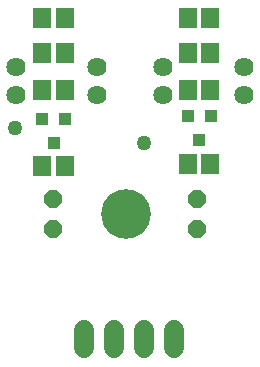
<source format=gbr>
G04 EAGLE Gerber X2 export*
%TF.Part,Single*%
%TF.FileFunction,Soldermask,Top,1*%
%TF.FilePolarity,Negative*%
%TF.GenerationSoftware,Autodesk,EAGLE,8.6.3*%
%TF.CreationDate,2019-07-23T17:02:53Z*%
G75*
%MOMM*%
%FSLAX34Y34*%
%LPD*%
%AMOC8*
5,1,8,0,0,1.08239X$1,22.5*%
G01*
%ADD10C,4.203200*%
%ADD11P,1.649562X8X292.500000*%
%ADD12R,1.503200X1.703200*%
%ADD13R,0.990600X1.092200*%
%ADD14C,1.625600*%
%ADD15C,1.727200*%
%ADD16C,1.259600*%


D10*
X125000Y182000D03*
D11*
X185140Y194700D03*
X185140Y169300D03*
X62760Y194700D03*
X62760Y169300D03*
D12*
X177000Y347600D03*
X196000Y347600D03*
X177000Y318200D03*
X196000Y318200D03*
X177000Y286800D03*
X196000Y286800D03*
X177000Y224600D03*
X196000Y224600D03*
X54000Y347600D03*
X73000Y347600D03*
X54000Y318200D03*
X73000Y318200D03*
X54000Y286800D03*
X73000Y286800D03*
X54000Y222600D03*
X73000Y222600D03*
D13*
X196406Y264860D03*
X177102Y264860D03*
X186754Y244540D03*
X73406Y262860D03*
X54102Y262860D03*
X63754Y242540D03*
D14*
X225000Y283140D03*
X225000Y306140D03*
X156000Y283140D03*
X156000Y306140D03*
X100540Y283140D03*
X100540Y306140D03*
X31540Y283140D03*
X31540Y306140D03*
D15*
X139700Y83820D02*
X139700Y68580D01*
X114300Y68580D02*
X114300Y83820D01*
X88900Y83820D02*
X88900Y68580D01*
X165100Y68580D02*
X165100Y83820D01*
D16*
X30540Y254540D03*
X140000Y242000D03*
M02*

</source>
